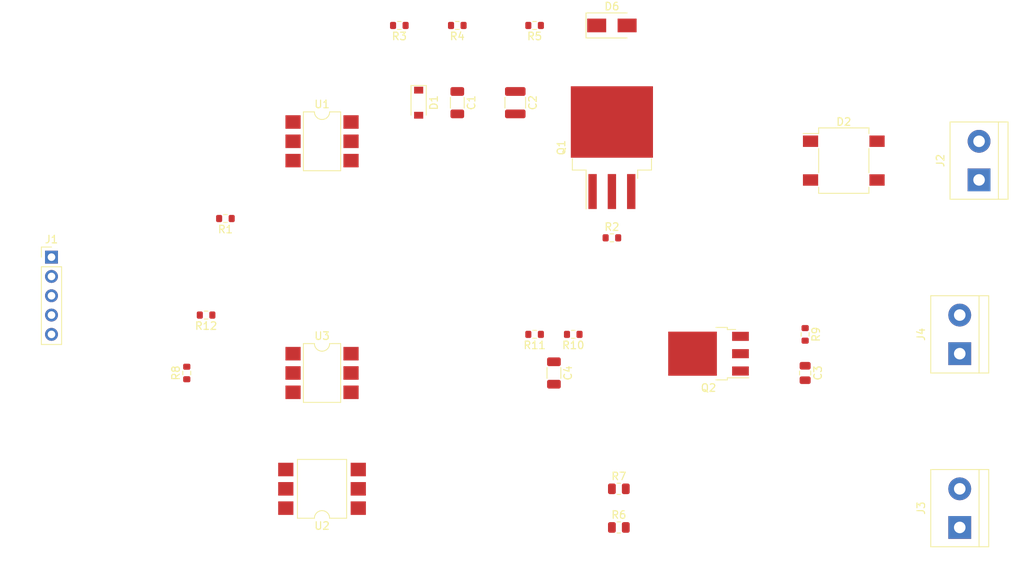
<source format=kicad_pcb>
(kicad_pcb (version 20211014) (generator pcbnew)
  (layers (0 "F.Cu" signal) (31 "B.Cu" signal) (34 "B.Paste" user) (35 "F.Paste" user) (36 "B.SilkS" user "B.Silkscreen") (37 "F.SilkS" user "F.Silkscreen") (38 "B.Mask" user) (39 "F.Mask" user) (44 "Edge.Cuts" user))
  (net 0 "")
  (net 1 "Net-(C1-Pad1)")
  (net 2 "Net-(C1-Pad2)")
  (net 3 "Net-(C2-Pad1)")
  (net 4 "Net-(C3-Pad1)")
  (net 5 "Net-(C3-Pad2)")
  (net 6 "Net-(C4-Pad1)")
  (net 7 "Net-(D2-Pad1)")
  (net 8 "Net-(D6-Pad1)")
  (net 9 "+3V3")
  (net 10 "GND")
  (net 11 "Net-(J1-Pad3)")
  (net 12 "Net-(J1-Pad4)")
  (net 13 "Net-(J1-Pad5)")
  (net 14 "Net-(J3-Pad1)")
  (net 15 "Net-(J3-Pad2)")
  (net 16 "Net-(Q1-Pad1)")
  (net 17 "Net-(Q2-Pad3)")
  (net 18 "Net-(R1-Pad1)")
  (net 19 "Net-(R3-Pad1)")
  (net 20 "Net-(R6-Pad2)")
  (net 21 "Net-(R7-Pad2)")
  (net 22 "Net-(R11-Pad2)")
  (net 23 "Net-(R12-Pad1)")
  (net 30 "Net-(D2-Pad3)")
  (net 31 "Net-(D2-Pad4)")
  (net 32 "Net-(Q2-Pad2)")
  (footprint "Diode_SMD:D_SMA" (layer "F.Cu") (at 129.54 40.64)
    (fp_text reference "D6" (at 0 -2.5) (layer "F.SilkS"))
    (fp_text value "1N4007")
    (fp_line (start -3.4 1.65) (end 2 1.65) (layer "F.SilkS") (width 0.12))
    (fp_line (start -3.4 -1.65) (end 2 -1.65) (layer "F.SilkS") (width 0.12))
    (fp_line (start -3.4 -1.65) (end -3.4 1.65) (layer "F.SilkS") (width 0.12))
    (pad "1" smd rect locked (at -2 0) (size 2.5 1.8) (layers "F.Cu" "F.Paste" "F.Mask") (net 8 "Net-(D6-Pad1)"))
    (pad "2" smd rect locked (at 2 0) (size 2.5 1.8) (layers "F.Cu" "F.Paste" "F.Mask") (net 7 "Net-(D2-Pad1)"))
  )
  (footprint "Package_DIP:SMDIP-6_W7.62mm" (layer "F.Cu") (at 91.44 86.36)
    (fp_text reference "U3" (at 0 -4.87) (layer "F.SilkS"))
    (fp_text value "MOC3021M")
    (fp_line (start 2.45 -3.87) (end 1 -3.87) (layer "F.SilkS") (width 0.12))
    (fp_line (start 2.45 3.87) (end 2.45 -3.87) (layer "F.SilkS") (width 0.12))
    (fp_line (start -2.45 -3.87) (end -2.45 3.87) (layer "F.SilkS") (width 0.12))
    (fp_line (start -2.45 3.87) (end 2.45 3.87) (layer "F.SilkS") (width 0.12))
    (fp_line (start -1 -3.87) (end -2.45 -3.87) (layer "F.SilkS") (width 0.12))
    (fp_arc (start 1 -3.87) (mid 0 -2.87) (end -1 -3.87) (layer "F.SilkS") (width 0.12))
    (pad "1" smd rect locked (at -3.81 -2.54) (size 2 1.78) (layers "F.Cu" "F.Paste" "F.Mask") (net 23 "Net-(R12-Pad1)"))
    (pad "2" smd rect locked (at -3.81 0) (size 2 1.78) (layers "F.Cu" "F.Paste" "F.Mask") (net 10 "GND"))
    (pad "3" smd rect locked (at -3.81 2.54) (size 2 1.78) (layers "F.Cu" "F.Paste" "F.Mask"))
    (pad "4" smd rect locked (at 3.81 2.54) (size 2 1.78) (layers "F.Cu" "F.Paste" "F.Mask") (net 17 "Net-(Q2-Pad3)"))
    (pad "5" smd rect locked (at 3.81 0) (size 2 1.78) (layers "F.Cu" "F.Paste" "F.Mask"))
    (pad "6" smd rect locked (at 3.81 -2.54) (size 2 1.78) (layers "F.Cu" "F.Paste" "F.Mask") (net 22 "Net-(R11-Pad2)"))
  )
  (footprint "Diode_SMD:D_SOD-123" (layer "F.Cu") (at 104.14 50.8 -90)
    (fp_text reference "D1" (at 0 -2 90) (layer "F.SilkS"))
    (fp_text value "10V/0.4W")
    (fp_line (start -2.25 1) (end 1.65 1) (layer "F.SilkS") (width 0.12))
    (fp_line (start -2.25 -1) (end -2.25 1) (layer "F.SilkS") (width 0.12))
    (fp_line (start -2.25 -1) (end 1.65 -1) (layer "F.SilkS") (width 0.12))
    (pad "1" smd rect locked (at -1.65 0 270) (size 0.9 1.2) (layers "F.Cu" "F.Paste" "F.Mask") (net 1 "Net-(C1-Pad1)"))
    (pad "2" smd rect locked (at 1.65 0 270) (size 0.9 1.2) (layers "F.Cu" "F.Paste" "F.Mask") (net 2 "Net-(C1-Pad2)"))
  )
  (footprint "Connector_PinHeader_2.54mm:PinHeader_1x05_P2.54mm_Vertical" (layer "F.Cu") (at 55.88 71.12)
    (fp_text reference "J1" (at 0 -2.33) (layer "F.SilkS"))
    (fp_text value "Conn_01x05_Male")
    (fp_line (start -1.33 -1.33) (end 0 -1.33) (layer "F.SilkS") (width 0.12))
    (fp_line (start 1.33 1.27) (end 1.33 11.49) (layer "F.SilkS") (width 0.12))
    (fp_line (start -1.33 0) (end -1.33 -1.33) (layer "F.SilkS") (width 0.12))
    (fp_line (start -1.33 11.49) (end 1.33 11.49) (layer "F.SilkS") (width 0.12))
    (fp_line (start -1.33 1.27) (end -1.33 11.49) (layer "F.SilkS") (width 0.12))
    (fp_line (start -1.33 1.27) (end 1.33 1.27) (layer "F.SilkS") (width 0.12))
    (pad "1" thru_hole rect locked (at 0 0) (size 1.7 1.7) (drill 1) (layers *.Cu *.Mask) (net 9 "+3V3"))
    (pad "2" thru_hole oval locked (at 0 2.54) (size 1.7 1.7) (drill 1) (layers *.Cu *.Mask) (net 10 "GND"))
    (pad "3" thru_hole oval locked (at 0 5.08) (size 1.7 1.7) (drill 1) (layers *.Cu *.Mask) (net 11 "Net-(J1-Pad3)"))
    (pad "4" thru_hole oval locked (at 0 7.62) (size 1.7 1.7) (drill 1) (layers *.Cu *.Mask) (net 12 "Net-(J1-Pad4)"))
    (pad "5" thru_hole oval locked (at 0 10.16) (size 1.7 1.7) (drill 1) (layers *.Cu *.Mask) (net 13 "Net-(J1-Pad5)"))
  )
  (footprint "Resistor_SMD:R_0603_1608Metric" (layer "F.Cu") (at 78.74 66.04 180)
    (fp_text reference "R1" (at 0 -1.43) (layer "F.SilkS"))
    (fp_text value "330Ω")
    (fp_line (start -0.237258 0.5225) (end 0.237258 0.5225) (layer "F.SilkS") (width 0.12))
    (fp_line (start -0.237258 -0.5225) (end 0.237258 -0.5225) (layer "F.SilkS") (width 0.12))
    (pad "1" smd roundrect locked (at -0.825 0 180) (size 0.8 0.95) (layers "F.Cu" "F.Paste" "F.Mask") (net 18 "Net-(R1-Pad1)"))
    (pad "2" smd roundrect locked (at 0.825 0 180) (size 0.8 0.95) (layers "F.Cu" "F.Paste" "F.Mask") (net 11 "Net-(J1-Pad3)"))
  )
  (footprint "Resistor_SMD:R_0603_1608Metric" (layer "F.Cu") (at 101.6 40.64 180)
    (fp_text reference "R3" (at 0 -1.43) (layer "F.SilkS"))
    (fp_text value "33KΩ")
    (fp_line (start -0.237258 -0.5225) (end 0.237258 -0.5225) (layer "F.SilkS") (width 0.12))
    (fp_line (start -0.237258 0.5225) (end 0.237258 0.5225) (layer "F.SilkS") (width 0.12))
    (pad "1" smd roundrect locked (at -0.825 0 180) (size 0.8 0.95) (layers "F.Cu" "F.Paste" "F.Mask") (net 19 "Net-(R3-Pad1)"))
    (pad "2" smd roundrect locked (at 0.825 0 180) (size 0.8 0.95) (layers "F.Cu" "F.Paste" "F.Mask") (net 1 "Net-(C1-Pad1)"))
  )
  (footprint "Resistor_SMD:R_0603_1608Metric" (layer "F.Cu") (at 76.2 78.74 180)
    (fp_text reference "R12" (at 0 -1.43) (layer "F.SilkS"))
    (fp_text value "220Ω")
    (fp_line (start -0.237258 -0.5225) (end 0.237258 -0.5225) (layer "F.SilkS") (width 0.12))
    (fp_line (start -0.237258 0.5225) (end 0.237258 0.5225) (layer "F.SilkS") (width 0.12))
    (pad "1" smd roundrect locked (at -0.825 0 180) (size 0.8 0.95) (layers "F.Cu" "F.Paste" "F.Mask") (net 23 "Net-(R12-Pad1)"))
    (pad "2" smd roundrect locked (at 0.825 0 180) (size 0.8 0.95) (layers "F.Cu" "F.Paste" "F.Mask") (net 12 "Net-(J1-Pad4)"))
  )
  (footprint "Package_DIP:SMDIP-6_W7.62mm" (layer "F.Cu") (at 91.44 55.88)
    (fp_text reference "U1" (at 0 -4.87) (layer "F.SilkS"))
    (fp_text value "4N35")
    (fp_line (start 2.45 3.87) (end 2.45 -3.87) (layer "F.SilkS") (width 0.12))
    (fp_line (start -1 -3.87) (end -2.45 -3.87) (layer "F.SilkS") (width 0.12))
    (fp_line (start -2.45 3.87) (end 2.45 3.87) (layer "F.SilkS") (width 0.12))
    (fp_line (start 2.45 -3.87) (end 1 -3.87) (layer "F.SilkS") (width 0.12))
    (fp_line (start -2.45 -3.87) (end -2.45 3.87) (layer "F.SilkS") (width 0.12))
    (fp_arc (start 1 -3.87) (mid 0 -2.87) (end -1 -3.87) (layer "F.SilkS") (width 0.12))
    (pad "1" smd rect locked (at -3.81 -2.54) (size 2 1.78) (layers "F.Cu" "F.Paste" "F.Mask") (net 18 "Net-(R1-Pad1)"))
    (pad "2" smd rect locked (at -3.81 0) (size 2 1.78) (layers "F.Cu" "F.Paste" "F.Mask") (net 10 "GND"))
    (pad "3" smd rect locked (at -3.81 2.54) (size 2 1.78) (layers "F.Cu" "F.Paste" "F.Mask"))
    (pad "4" smd rect locked (at 3.81 2.54) (size 2 1.78) (layers "F.Cu" "F.Paste" "F.Mask") (net 16 "Net-(Q1-Pad1)"))
    (pad "5" smd rect locked (at 3.81 0) (size 2 1.78) (layers "F.Cu" "F.Paste" "F.Mask") (net 1 "Net-(C1-Pad1)"))
    (pad "6" smd rect locked (at 3.81 -2.54) (size 2 1.78) (layers "F.Cu" "F.Paste" "F.Mask"))
  )
  (footprint "Capacitor_SMD:C_0805_2012Metric" (layer "F.Cu") (at 154.94 86.36 -90)
    (fp_text reference "C3" (at 0 -1.68 90) (layer "F.SilkS"))
    (fp_text value "10nF")
    (fp_line (start -0.261252 -0.735) (end 0.261252 -0.735) (layer "F.SilkS") (width 0.12))
    (fp_line (start -0.261252 0.735) (end 0.261252 0.735) (layer "F.SilkS") (width 0.12))
    (pad "1" smd roundrect locked (at -0.95 0 270) (size 1 1.45) (layers "F.Cu" "F.Paste" "F.Mask") (net 4 "Net-(C3-Pad1)"))
    (pad "2" smd roundrect locked (at 0.95 0 270) (size 1 1.45) (layers "F.Cu" "F.Paste" "F.Mask") (net 5 "Net-(C3-Pad2)"))
  )
  (footprint "TerminalBlock:TerminalBlock_bornier-2_P5.08mm" (layer "F.Cu") (at 177.8 60.96 90)
    (fp_text reference "J2" (at 2.54 -5.08 90) (layer "F.SilkS"))
    (fp_text value "Screw_Terminal_01x02")
    (fp_line (start 7.62 2.54) (end -2.54 2.54) (layer "F.SilkS") (width 0.12))
    (fp_line (start 7.62 -3.81) (end -2.54 -3.81) (layer "F.SilkS") (width 0.12))
    (fp_line (start -2.54 3.81) (end 7.62 3.81) (layer "F.SilkS") (width 0.12))
    (fp_line (start -2.54 -3.81) (end -2.54 3.81) (layer "F.SilkS") (width 0.12))
    (fp_line (start 7.62 3.81) (end 7.62 -3.81) (layer "F.SilkS") (width 0.12))
    (pad "1" thru_hole rect locked (at 0 0 90) (size 3 3) (drill 1.52) (layers *.Cu *.Mask) (net 30 "Net-(D2-Pad3)"))
    (pad "2" thru_hole circle locked (at 5.08 0 90) (size 3 3) (drill 1.52) (layers *.Cu *.Mask) (net 31 "Net-(D2-Pad4)"))
  )
  (footprint "Capacitor_SMD:C_1206_3216Metric" (layer "F.Cu") (at 109.22 50.8 -90)
    (fp_text reference "C1" (at 0 -1.85 90) (layer "F.SilkS"))
    (fp_text value "2.2uF/63V")
    (fp_line (start -0.711252 -0.91) (end 0.711252 -0.91) (layer "F.SilkS") (width 0.12))
    (fp_line (start -0.711252 0.91) (end 0.711252 0.91) (layer "F.SilkS") (width 0.12))
    (pad "1" smd roundrect locked (at -1.475 0 270) (size 1.15 1.8) (layers "F.Cu" "F.Paste" "F.Mask") (roundrect_rratio 0.217391) (net 1 "Net-(C1-Pad1)"))
    (pad "2" smd roundrect locked (at 1.475 0 270) (size 1.15 1.8) (layers "F.Cu" "F.Paste" "F.Mask") (roundrect_rratio 0.217391) (net 2 "Net-(C1-Pad2)"))
  )
  (footprint "Capacitor_SMD:C_1210_3225Metric" (layer "F.Cu") (at 116.84 50.8 -90)
    (fp_text reference "C2" (at 0 -2.3 90) (layer "F.SilkS"))
    (fp_text value "220nF/275V")
    (fp_line (start -0.711252 -1.36) (end 0.711252 -1.36) (layer "F.SilkS") (width 0.12))
    (fp_line (start -0.711252 1.36) (end 0.711252 1.36) (layer "F.SilkS") (width 0.12))
    (pad "1" smd roundrect locked (at -1.475 0 270) (size 1.15 2.7) (layers "F.Cu" "F.Paste" "F.Mask") (roundrect_rratio 0.217391) (net 3 "Net-(C2-Pad1)"))
    (pad "2" smd roundrect locked (at 1.475 0 270) (size 1.15 2.7) (layers "F.Cu" "F.Paste" "F.Mask") (roundrect_rratio 0.217391) (net 2 "Net-(C1-Pad2)"))
  )
  (footprint "Resistor_SMD:R_0603_1608Metric" (layer "F.Cu") (at 154.94 81.28 -90)
    (fp_text reference "R9" (at 0 -1.43 90) (layer "F.SilkS"))
    (fp_text value "39Ω")
    (fp_line (start -0.237258 0.5225) (end 0.237258 0.5225) (layer "F.SilkS") (width 0.12))
    (fp_line (start -0.237258 -0.5225) (end 0.237258 -0.5225) (layer "F.SilkS") (width 0.12))
    (pad "1" smd roundrect locked (at -0.825 0 270) (size 0.8 0.95) (layers "F.Cu" "F.Paste" "F.Mask") (net 32 "Net-(Q2-Pad2)"))
    (pad "2" smd roundrect locked (at 0.825 0 270) (size 0.8 0.95) (layers "F.Cu" "F.Paste" "F.Mask") (net 4 "Net-(C3-Pad1)"))
  )
  (footprint "Resistor_SMD:R_0603_1608Metric" (layer "F.Cu") (at 119.38 40.64 180)
    (fp_text reference "R5" (at 0 -1.43) (layer "F.SilkS"))
    (fp_text value "220Ω")
    (fp_line (start -0.237258 -0.5225) (end 0.237258 -0.5225) (layer "F.SilkS") (width 0.12))
    (fp_line (start -0.237258 0.5225) (end 0.237258 0.5225) (layer "F.SilkS") (width 0.12))
    (pad "1" smd roundrect locked (at -0.825 0 180) (size 0.8 0.95) (layers "F.Cu" "F.Paste" "F.Mask") (net 8 "Net-(D6-Pad1)"))
    (pad "2" smd roundrect locked (at 0.825 0 180) (size 0.8 0.95) (layers "F.Cu" "F.Paste" "F.Mask") (net 3 "Net-(C2-Pad1)"))
  )
  (footprint "Package_TO_SOT_SMD:TO-252-3_TabPin2" (layer "F.Cu") (at 142.24 83.82 180)
    (fp_text reference "Q2" (at 0 -4.5) (layer "F.SilkS"))
    (fp_text value "BT136-600")
    (fp_line (start -2.47 3.18) (end -3.57 3.18) (layer "F.SilkS") (width 0.12))
    (fp_line (start -0.97 -3.45) (end -2.47 -3.45) (layer "F.SilkS") (width 0.12))
    (fp_line (start -2.47 -3.45) (end -2.47 -3.18) (layer "F.SilkS") (width 0.12))
    (fp_line (start -2.47 3.45) (end -2.47 3.18) (layer "F.SilkS") (width 0.12))
    (fp_line (start -2.47 -3.18) (end -5.3 -3.18) (layer "F.SilkS") (width 0.12))
    (fp_line (start -0.97 3.45) (end -2.47 3.45) (layer "F.SilkS") (width 0.12))
    (pad "1" smd rect locked (at -4.2 -2.28 180) (size 2.2 1.2) (layers "F.Cu" "F.Paste" "F.Mask") (net 5 "Net-(C3-Pad2)"))
    (pad "2" smd rect locked (at 2.1 0 180) (size 6.4 5.8) (layers "F.Cu" "F.Mask") (net 32 "Net-(Q2-Pad2)"))
    (pad "2" smd rect locked (at -4.2 0 180) (size 2.2 1.2) (layers "F.Cu" "F.Paste" "F.Mask") (net 32 "Net-(Q2-Pad2)"))
    (pad "3" smd rect locked (at -4.2 2.28 180) (size 2.2 1.2) (layers "F.Cu" "F.Paste" "F.Mask") (net 17 "Net-(Q2-Pad3)"))
  )
  (footprint "TerminalBlock:TerminalBlock_bornier-2_P5.08mm" (layer "F.Cu") (at 175.26 83.82 90)
    (fp_text reference "J4" (at 2.54 -5.08 90) (layer "F.SilkS"))
    (fp_text value "Screw_Terminal_01x02")
    (fp_line (start -2.54 -3.81) (end -2.54 3.81) (layer "F.SilkS") (width 0.12))
    (fp_line (start 7.62 -3.81) (end -2.54 -3.81) (layer "F.SilkS") (width 0.12))
    (fp_line (start 7.62 2.54) (end -2.54 2.54) (layer "F.SilkS") (width 0.12))
    (fp_line (start 7.62 3.81) (end 7.62 -3.81) (layer "F.SilkS") (width 0.12))
    (fp_line (start -2.54 3.81) (end 7.62 3.81) (layer "F.SilkS") (width 0.12))
    (pad "1" thru_hole rect locked (at 0 0 90) (size 3 3) (drill 1.52) (layers *.Cu *.Mask) (net 5 "Net-(C3-Pad2)"))
    (pad "2" thru_hole circle locked (at 5.08 0 90) (size 3 3) (drill 1.52) (layers *.Cu *.Mask) (net 32 "Net-(Q2-Pad2)"))
  )
  (footprint "Resistor_SMD:R_0603_1608Metric" (layer "F.Cu") (at 129.54 68.58)
    (fp_text reference "R2" (at 0 -1.43) (layer "F.SilkS"))
    (fp_text value "22KΩ")
    (fp_line (start -0.237258 0.5225) (end 0.237258 0.5225) (layer "F.SilkS") (width 0.12))
    (fp_line (start -0.237258 -0.5225) (end 0.237258 -0.5225) (layer "F.SilkS") (width 0.12))
    (pad "1" smd roundrect locked (at -0.825 0) (size 0.8 0.95) (layers "F.Cu" "F.Paste" "F.Mask") (net 16 "Net-(Q1-Pad1)"))
    (pad "2" smd roundrect locked (at 0.825 0) (size 0.8 0.95) (layers "F.Cu" "F.Paste" "F.Mask") (net 2 "Net-(C1-Pad2)"))
  )
  (footprint "TerminalBlock:TerminalBlock_bornier-2_P5.08mm" (layer "F.Cu") (at 175.26 106.68 90)
    (fp_text reference "J3" (at 2.54 -5.08 90) (layer "F.SilkS"))
    (fp_text value "Screw_Terminal_01x02")
    (fp_line (start 7.62 -3.81) (end -2.54 -3.81) (layer "F.SilkS") (width 0.12))
    (fp_line (start -2.54 -3.81) (end -2.54 3.81) (layer "F.SilkS") (width 0.12))
    (fp_line (start 7.62 3.81) (end 7.62 -3.81) (layer "F.SilkS") (width 0.12))
    (fp_line (start 7.62 2.54) (end -2.54 2.54) (layer "F.SilkS") (width 0.12))
    (fp_line (start -2.54 3.81) (end 7.62 3.81) (layer "F.SilkS") (width 0.12))
    (pad "1" thru_hole rect locked (at 0 0 90) (size 3 3) (drill 1.52) (layers *.Cu *.Mask) (net 14 "Net-(J3-Pad1)"))
    (pad "2" thru_hole circle locked (at 5.08 0 90) (size 3 3) (drill 1.52) (layers *.Cu *.Mask) (net 15 "Net-(J3-Pad2)"))
  )
  (footprint "Package_TO_SOT_SMD:TO-263-3_TabPin2" (layer "F.Cu") (at 129.54 56.715 90)
    (fp_text reference "Q1" (at 0 -6.65 90) (layer "F.SilkS"))
    (fp_text value "IRF830")
    (fp_line (start -2.95 3.39) (end -4.05 3.39) (layer "F.SilkS") (width 0.12))
    (fp_line (start -2.95 5.2) (end -2.95 3.39) (layer "F.SilkS") (width 0.12))
    (fp_line (start -1.45 -5.2) (end -2.95 -5.2) (layer "F.SilkS") (width 0.12))
    (fp_line (start -2.95 -5.2) (end -2.95 -3.39) (layer "F.SilkS") (width 0.12))
    (fp_line (start -1.45 5.2) (end -2.95 5.2) (layer "F.SilkS") (width 0.12))
    (fp_line (start -2.95 -3.39) (end -8.075 -3.39) (layer "F.SilkS") (width 0.12))
    (pad "1" smd rect locked (at -5.775 -2.54 90) (size 4.6 1.1) (layers "F.Cu" "F.Paste" "F.Mask") (net 16 "Net-(Q1-Pad1)"))
    (pad "2" smd rect locked (at 3.375 0 90) (size 9.4 10.8) (layers "F.Cu" "F.Mask") (net 7 "Net-(D2-Pad1)"))
    (pad "2" smd rect locked (at -5.775 0 90) (size 4.6 1.1) (layers "F.Cu" "F.Paste" "F.Mask") (net 7 "Net-(D2-Pad1)"))
    (pad "3" smd rect locked (at -5.775 2.54 90) (size 4.6 1.1) (layers "F.Cu" "F.Paste" "F.Mask") (net 2 "Net-(C1-Pad2)"))
  )
  (footprint "Resistor_SMD:R_0603_1608Metric" (layer "F.Cu") (at 73.66 86.36 90)
    (fp_text reference "R8" (at 0 -1.43 90) (layer "F.SilkS"))
    (fp_text value "10KΩ")
    (fp_line (start -0.237258 0.5225) (end 0.237258 0.5225) (layer "F.SilkS") (width 0.12))
    (fp_line (start -0.237258 -0.5225) (end 0.237258 -0.5225) (layer "F.SilkS") (width 0.12))
    (pad "1" smd roundrect locked (at -0.825 0 90) (size 0.8 0.95) (layers "F.Cu" "F.Paste" "F.Mask") (net 13 "Net-(J1-Pad5)"))
    (pad "2" smd roundrect locked (at 0.825 0 90) (size 0.8 0.95) (layers "F.Cu" "F.Paste" "F.Mask") (net 9 "+3V3"))
  )
  (footprint "Resistor_SMD:R_0603_1608Metric" (layer "F.Cu") (at 124.46 81.28 180)
    (fp_text reference "R10" (at 0 -1.43) (layer "F.SilkS"))
    (fp_text value "470Ω")
    (fp_line (start -0.237258 0.5225) (end 0.237258 0.5225) (layer "F.SilkS") (width 0.12))
    (fp_line (start -0.237258 -0.5225) (end 0.237258 -0.5225) (layer "F.SilkS") (width 0.12))
    (pad "1" smd roundrect locked (at -0.825 0 180) (size 0.8 0.95) (layers "F.Cu" "F.Paste" "F.Mask") (net 32 "Net-(Q2-Pad2)"))
    (pad "2" smd roundrect locked (at 0.825 0 180) (size 0.8 0.95) (layers "F.Cu" "F.Paste" "F.Mask") (net 6 "Net-(C4-Pad1)"))
  )
  (footprint "Package_DIP:SMDIP-6_W9.53mm" (layer "F.Cu") (at 91.44 101.6 180)
    (fp_text reference "U2" (at 0 -4.87) (layer "F.SilkS"))
    (fp_text value "H11AA1")
    (fp_line (start -3.235 -3.87) (end -3.235 3.87) (layer "F.SilkS") (width 0.12))
    (fp_line (start -3.235 3.87) (end 3.235 3.87) (layer "F.SilkS") (width 0.12))
    (fp_line (start 3.235 3.87) (end 3.235 -3.87) (layer "F.SilkS") (width 0.12))
    (fp_line (start 3.235 -3.87) (end 1 -3.87) (layer "F.SilkS") (width 0.12))
    (fp_line (start -1 -3.87) (end -3.235 -3.87) (layer "F.SilkS") (width 0.12))
    (fp_arc (start 1 -3.87) (mid 0 -2.87) (end -1 -3.87) (layer "F.SilkS") (width 0.12))
    (pad "1" smd rect locked (at -4.765 -2.54 180) (size 2 1.78) (layers "F.Cu" "F.Paste" "F.Mask") (net 20 "Net-(R6-Pad2)"))
    (pad "2" smd rect locked (at -4.765 0 180) (size 2 1.78) (layers "F.Cu" "F.Paste" "F.Mask") (net 21 "Net-(R7-Pad2)"))
    (pad "3" smd rect locked (at -4.765 2.54 180) (size 2 1.78) (layers "F.Cu" "F.Paste" "F.Mask"))
    (pad "4" smd rect locked (at 4.765 2.54 180) (size 2 1.78) (layers "F.Cu" "F.Paste" "F.Mask") (net 10 "GND"))
    (pad "5" smd rect locked (at 4.765 0 180) (size 2 1.78) (layers "F.Cu" "F.Paste" "F.Mask") (net 13 "Net-(J1-Pad5)"))
    (pad "6" smd rect locked (at 4.765 -2.54 180) (size 2 1.78) (layers "F.Cu" "F.Paste" "F.Mask"))
  )
  (footprint "Resistor_SMD:R_0603_1608Metric" (layer "F.Cu") (at 109.22 40.64 180)
    (fp_text reference "R4" (at 0 -1.43) (layer "F.SilkS"))
    (fp_text value "33KΩ")
    (fp_line (start -0.237258 -0.5225) (end 0.237258 -0.5225) (layer "F.SilkS") (width 0.12))
    (fp_line (start -0.237258 0.5225) (end 0.237258 0.5225) (layer "F.SilkS") (width 0.12))
    (pad "1" smd roundrect locked (at -0.825 0 180) (size 0.8 0.95) (layers "F.Cu" "F.Paste" "F.Mask") (net 3 "Net-(C2-Pad1)"))
    (pad "2" smd roundrect locked (at 0.825 0 180) (size 0.8 0.95) (layers "F.Cu" "F.Paste" "F.Mask") (net 19 "Net-(R3-Pad1)"))
  )
  (footprint "Resistor_SMD:R_0805_2012Metric" (layer "F.Cu") (at 130.4525 106.68)
    (fp_text reference "R6" (at 0 -1.65) (layer "F.SilkS"))
    (fp_text value "33KΩ/0.5W")
    (fp_line (start -0.227064 0.735) (end 0.227064 0.735) (layer "F.SilkS") (width 0.12))
    (fp_line (start -0.227064 -0.735) (end 0.227064 -0.735) (layer "F.SilkS") (width 0.12))
    (pad "1" smd roundrect locked (at -0.9125 0) (size 1.025 1.4) (layers "F.Cu" "F.Paste" "F.Mask") (roundrect_rratio 0.243902) (net 14 "Net-(J3-Pad1)"))
    (pad "2" smd roundrect locked (at 0.9125 0) (size 1.025 1.4) (layers "F.Cu" "F.Paste" "F.Mask") (roundrect_rratio 0.243902) (net 20 "Net-(R6-Pad2)"))
  )
  (footprint "Capacitor_SMD:C_1206_3216Metric" (layer "F.Cu") (at 121.92 86.36 -90)
    (fp_text reference "C4" (at 0 -1.85 90) (layer "F.SilkS"))
    (fp_text value "47nF")
    (fp_line (start -0.711252 0.91) (end 0.711252 0.91) (layer "F.SilkS") (width 0.12))
    (fp_line (start -0.711252 -0.91) (end 0.711252 -0.91) (layer "F.SilkS") (width 0.12))
    (pad "1" smd roundrect locked (at -1.475 0 270) (size 1.15 1.8) (layers "F.Cu" "F.Paste" "F.Mask") (roundrect_rratio 0.217391) (net 6 "Net-(C4-Pad1)"))
    (pad "2" smd roundrect locked (at 1.475 0 270) (size 1.15 1.8) (layers "F.Cu" "F.Paste" "F.Mask") (roundrect_rratio 0.217391) (net 5 "Net-(C3-Pad2)"))
  )
  (footprint "Resistor_SMD:R_0805_2012Metric" (layer "F.Cu") (at 130.4525 101.6)
    (fp_text reference "R7" (at 0 -1.65) (layer "F.SilkS"))
    (fp_text value "33KΩ/0.5W")
    (fp_line (start -0.227064 0.735) (end 0.227064 0.735) (layer "F.SilkS") (width 0.12))
    (fp_line (start -0.227064 -0.735) (end 0.227064 -0.735) (layer "F.SilkS") (width 0.12))
    (pad "1" smd roundrect locked (at -0.9125 0) (size 1.025 1.4) (layers "F.Cu" "F.Paste" "F.Mask") (roundrect_rratio 0.243902) (net 15 "Net-(J3-Pad2)"))
    (pad "2" smd roundrect locked (at 0.9125 0) (size 1.025 1.4) (layers "F.Cu" "F.Paste" "F.Mask") (roundrect_rratio 0.243902) (net 21 "Net-(R7-Pad2)"))
  )
  (footprint "Resistor_SMD:R_0603_1608Metric" (layer "F.Cu") (at 119.38 81.28 180)
    (fp_text reference "R11" (at 0 -1.43) (layer "F.SilkS"))
    (fp_text value "360Ω")
    (fp_line (start -0.237258 0.5225) (end 0.237258 0.5225) (layer "F.SilkS") (width 0.12))
    (fp_line (start -0.237258 -0.5225) (end 0.237258 -0.5225) (layer "F.SilkS") (width 0.12))
    (pad "1" smd roundrect locked (at -0.825 0 180) (size 0.8 0.95) (layers "F.Cu" "F.Paste" "F.Mask") (net 6 "Net-(C4-Pad1)"))
    (pad "2" smd roundrect locked (at 0.825 0 180) (size 0.8 0.95) (layers "F.Cu" "F.Paste" "F.Mask") (net 22 "Net-(R11-Pad2)"))
  )
  (footprint "Diode_SMD:Diode_Bridge_Diotec_SO-DIL-Slim" (layer "F.Cu") (at 160.02 58.42)
    (fp_text reference "D2" (at 0 -5.1) (layer "F.SilkS"))
    (fp_text value "4* 1N5408")
    (fp_line (start -5.334 -3.556) (end -5.334 -3.556) (layer "F.SilkS") (width 0.12))
    (fp_line (start 3.3 -1.6) (end 3.3 1.6) (layer "F.SilkS") (width 0.12))
    (fp_line (start 3.302 -3.556) (end 3.302 -4.318) (layer "F.SilkS") (width 0.12))
    (fp_line (start -3.3 4.3) (end 3.3 4.3) (layer "F.SilkS") (width 0.12))
    (fp_line (start -3.3 -1.6) (end -3.3 1.6) (layer "F.SilkS") (width 0.12))
    (fp_line (start -3.302 -3.556) (end -5.334 -3.556) (layer "F.SilkS") (width 0.12))
    (fp_line (start -3.3 3.5) (end -3.3 4.3) (layer "F.SilkS") (width 0.12))
    (fp_line (start 3.3 4.3) (end 3.3 3.5) (layer "F.SilkS") (width 0.12))
    (fp_line (start -3.3 -4.3) (end 3.3 -4.3) (layer "F.SilkS") (width 0.12))
    (fp_line (start -3.302 -4.318) (end -3.302 -3.556) (layer "F.SilkS") (width 0.12))
    (fp_line (start 3.302 -4.318) (end 3.302 -4.318) (layer "F.SilkS") (width 0.12))
    (pad "1" smd rect locked (at -4.37 -2.55) (size 2 1.5) (layers "F.Cu" "F.Paste" "F.Mask") (net 7 "Net-(D2-Pad1)"))
    (pad "2" smd rect locked (at -4.37 2.55) (size 2 1.5) (layers "F.Cu" "F.Paste" "F.Mask") (net 2 "Net-(C1-Pad2)"))
    (pad "3" smd rect locked (at 4.37 2.55) (size 2 1.5) (layers "F.Cu" "F.Paste" "F.Mask") (net 30 "Net-(D2-Pad3)"))
    (pad "4" smd rect locked (at 4.37 -2.55) (size 2 1.5) (layers "F.Cu" "F.Paste" "F.Mask") (net 31 "Net-(D2-Pad4)"))
  )
)
</source>
